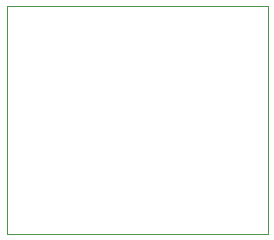
<source format=gbr>
%TF.GenerationSoftware,KiCad,Pcbnew,8.0.4*%
%TF.CreationDate,2024-07-28T12:52:59-07:00*%
%TF.ProjectId,pace 5268ac,70616365-2035-4323-9638-61632e6b6963,rev?*%
%TF.SameCoordinates,Original*%
%TF.FileFunction,Profile,NP*%
%FSLAX46Y46*%
G04 Gerber Fmt 4.6, Leading zero omitted, Abs format (unit mm)*
G04 Created by KiCad (PCBNEW 8.0.4) date 2024-07-28 12:52:59*
%MOMM*%
%LPD*%
G01*
G04 APERTURE LIST*
%TA.AperFunction,Profile*%
%ADD10C,0.050000*%
%TD*%
G04 APERTURE END LIST*
D10*
X92964000Y-85344000D02*
X115062000Y-85344000D01*
X115062000Y-104648000D01*
X92964000Y-104648000D01*
X92964000Y-85344000D01*
M02*

</source>
